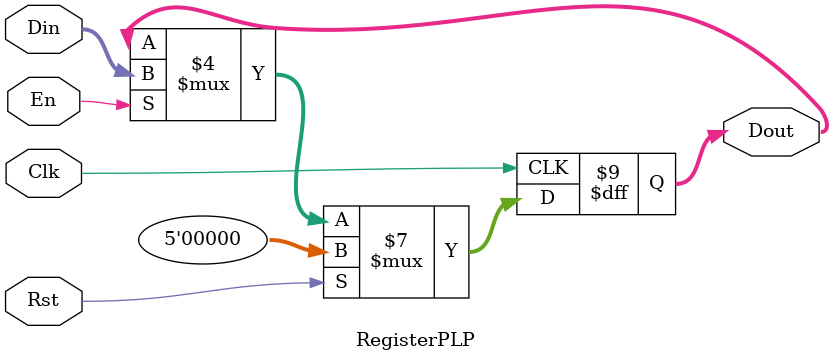
<source format=v>
module RegisterPLP#(parameter DW = 5) (
    input Clk, Rst, En, // Clk is the clock input, Rst is the reset input, En is the enable input
    input [DW-1:0] Din, // Din is the input data to be stored in the register
    output reg [DW-1:0] Dout // Dout is the output data stored in the register
);

// Always block to be triggered on the rising edge of the clock
always @(posedge Clk) begin 
    // If the reset input is high, clear the register
    if (Rst) Dout <= 0;
    else begin
        // If the enable input is low, keep the current value in the register
        if (!En) Dout <= Dout;
        // Else, store the input data in the register
        else Dout <= Din;
    end       
end

endmodule
</source>
